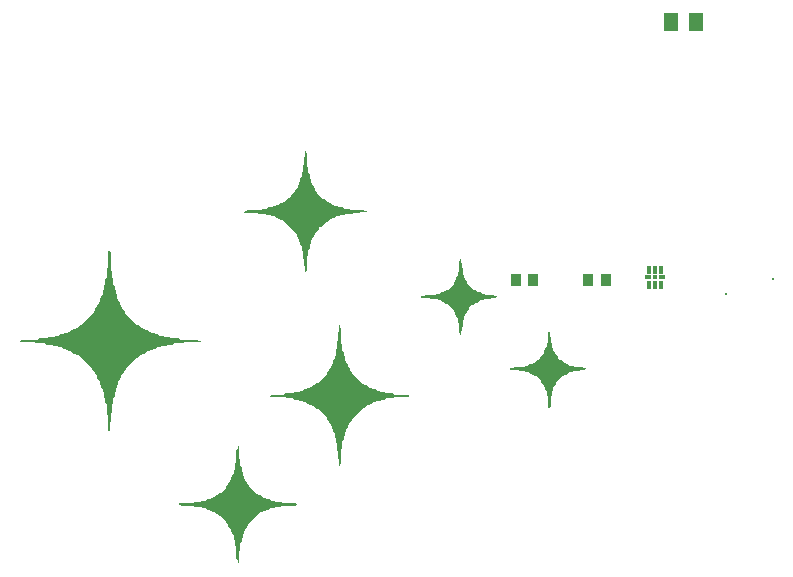
<source format=gts>
G04 Layer: TopSolderMaskLayer*
G04 EasyEDA v6.5.44, 2024-07-31 12:08:04*
G04 6954650e1ca441158a02f330892e30e1,656c5020d22243dfa845eb86cb698064,10*
G04 Gerber Generator version 0.2*
G04 Scale: 100 percent, Rotated: No, Reflected: No *
G04 Dimensions in millimeters *
G04 leading zeros omitted , absolute positions ,4 integer and 5 decimal *
%FSLAX45Y45*%
%MOMM*%

%AMMACRO1*4,1,8,-0.4211,-0.5009,-0.4509,-0.4709,-0.4509,0.4712,-0.4211,0.5009,0.4209,0.5009,0.4509,0.4712,0.4509,-0.4709,0.4209,-0.5009,-0.4211,-0.5009,0*%
%AMMACRO2*4,1,8,-0.5211,-0.7506,-0.5508,-0.7206,-0.5508,0.7209,-0.5211,0.7506,0.5208,0.7506,0.5508,0.7209,0.5508,-0.7206,0.5208,-0.7506,-0.5211,-0.7506,0*%
%AMMACRO3*4,1,8,-0.4243,-0.4829,-0.454,-0.4529,-0.454,0.4531,-0.4243,0.4829,0.4241,0.4829,0.454,0.4531,0.454,-0.4529,0.4241,-0.4829,-0.4243,-0.4829,0*%
%AMMACRO4*4,1,8,-0.161,-0.3009,-0.1908,-0.2709,-0.1908,0.2711,-0.161,0.3009,0.1608,0.3009,0.1908,0.2711,0.1908,-0.2709,0.1608,-0.3009,-0.161,-0.3009,0*%
%AMMACRO5*4,1,8,-0.2461,-0.2008,-0.2758,-0.1708,-0.2758,0.1711,-0.2461,0.2008,0.2459,0.2008,0.2758,0.1711,0.2758,-0.1708,0.2459,-0.2008,-0.2461,-0.2008,0*%
%AMMACRO6*4,1,8,-0.1711,-0.2008,-0.2008,-0.1708,-0.2008,0.1711,-0.1711,0.2008,0.1708,0.2008,0.2008,0.1711,0.2008,-0.1708,0.1708,-0.2008,-0.1711,-0.2008,0*%
%ADD10C,0.3000*%
%ADD11MACRO1*%
%ADD12MACRO2*%
%ADD13MACRO3*%
%ADD14MACRO4*%
%ADD15MACRO5*%
%ADD16MACRO6*%
%ADD17C,0.0110*%

%LPD*%
G36*
X2556306Y-1397000D02*
G01*
X2554274Y-1512671D01*
X2543352Y-1521714D01*
X2543352Y-1579067D01*
X2532278Y-1588262D01*
X2532278Y-1623415D01*
X2521204Y-1632610D01*
X2521204Y-1656638D01*
X2510078Y-1665884D01*
X2510078Y-1689912D01*
X2499004Y-1699107D01*
X2499004Y-1711604D01*
X2476804Y-1732838D01*
X2476804Y-1744725D01*
X2443581Y-1777390D01*
X2443581Y-1789328D01*
X2426462Y-1805381D01*
X2415540Y-1805381D01*
X2382875Y-1838655D01*
X2370531Y-1838655D01*
X2361336Y-1849729D01*
X2348382Y-1849729D01*
X2339187Y-1860854D01*
X2315108Y-1860854D01*
X2305913Y-1871929D01*
X2292959Y-1871929D01*
X2283714Y-1883003D01*
X2248560Y-1883003D01*
X2239365Y-1894078D01*
X2193137Y-1894078D01*
X2183942Y-1905203D01*
X2071166Y-1905203D01*
X2061972Y-1916277D01*
X2055266Y-1916277D01*
X2052472Y-1916531D01*
X2049932Y-1917192D01*
X2047849Y-1918207D01*
X2046579Y-1919427D01*
X2044598Y-1922627D01*
X2049322Y-1927352D01*
X2161794Y-1927352D01*
X2170988Y-1938426D01*
X2228291Y-1938426D01*
X2237486Y-1949551D01*
X2272639Y-1949551D01*
X2281834Y-1960625D01*
X2305913Y-1960625D01*
X2315108Y-1971700D01*
X2328062Y-1971700D01*
X2337308Y-1982825D01*
X2350262Y-1982825D01*
X2359456Y-1993900D01*
X2372461Y-1993900D01*
X2381656Y-2004974D01*
X2393797Y-2004974D01*
X2476804Y-2088235D01*
X2476804Y-2100173D01*
X2487930Y-2109368D01*
X2487930Y-2122322D01*
X2499004Y-2131517D01*
X2499004Y-2144522D01*
X2510078Y-2153716D01*
X2510078Y-2166670D01*
X2521204Y-2175865D01*
X2521204Y-2199944D01*
X2532278Y-2209139D01*
X2532278Y-2244293D01*
X2543352Y-2253488D01*
X2543352Y-2310841D01*
X2554274Y-2319883D01*
X2556306Y-2435555D01*
X2563672Y-2435555D01*
X2565958Y-2419451D01*
X2576626Y-2410612D01*
X2576626Y-2297836D01*
X2587701Y-2288641D01*
X2587701Y-2242413D01*
X2598775Y-2233218D01*
X2598775Y-2198065D01*
X2609900Y-2188870D01*
X2609900Y-2164791D01*
X2620975Y-2155596D01*
X2620975Y-2142642D01*
X2632049Y-2133447D01*
X2632049Y-2120442D01*
X2643124Y-2111248D01*
X2643124Y-2098903D01*
X2676042Y-2066594D01*
X2678277Y-2051151D01*
X2693619Y-2048967D01*
X2737154Y-2004974D01*
X2748940Y-2004974D01*
X2770174Y-1982825D01*
X2782671Y-1982825D01*
X2791917Y-1971700D01*
X2815945Y-1971700D01*
X2825140Y-1960625D01*
X2849219Y-1960625D01*
X2858414Y-1949551D01*
X2893568Y-1949551D01*
X2902762Y-1938426D01*
X2960116Y-1938426D01*
X2969158Y-1927555D01*
X3084830Y-1925523D01*
X3083255Y-1918106D01*
X3075990Y-1916988D01*
X3072841Y-1916125D01*
X3069539Y-1914601D01*
X3066592Y-1912670D01*
X3064306Y-1910486D01*
X3059887Y-1905203D01*
X2947111Y-1905203D01*
X2937916Y-1894078D01*
X2891688Y-1894078D01*
X2882493Y-1883003D01*
X2847340Y-1883003D01*
X2838145Y-1871929D01*
X2814066Y-1871929D01*
X2804871Y-1860854D01*
X2791917Y-1860854D01*
X2782671Y-1849729D01*
X2769717Y-1849729D01*
X2760522Y-1838655D01*
X2748026Y-1838655D01*
X2726791Y-1816506D01*
X2715006Y-1816506D01*
X2665323Y-1766417D01*
X2665323Y-1755038D01*
X2643124Y-1733804D01*
X2643124Y-1721307D01*
X2632049Y-1712112D01*
X2632049Y-1699107D01*
X2620975Y-1689912D01*
X2620975Y-1676958D01*
X2609900Y-1667764D01*
X2609900Y-1643684D01*
X2598775Y-1634489D01*
X2598775Y-1599336D01*
X2587701Y-1590141D01*
X2587701Y-1543913D01*
X2576626Y-1534718D01*
X2576626Y-1421942D01*
X2565958Y-1413103D01*
X2563672Y-1397000D01*
G37*
G36*
X896264Y-2248814D02*
G01*
X891235Y-2253843D01*
X891235Y-2388412D01*
X880160Y-2397658D01*
X880160Y-2477160D01*
X869086Y-2486355D01*
X869086Y-2532583D01*
X858012Y-2541778D01*
X858012Y-2576931D01*
X846886Y-2586126D01*
X846886Y-2621280D01*
X835812Y-2630474D01*
X835812Y-2643479D01*
X824737Y-2652674D01*
X824737Y-2676702D01*
X813612Y-2685897D01*
X813612Y-2698902D01*
X802538Y-2708097D01*
X802538Y-2720594D01*
X780389Y-2741828D01*
X780389Y-2754325D01*
X769264Y-2763520D01*
X769264Y-2775661D01*
X663854Y-2880918D01*
X652373Y-2880918D01*
X631139Y-2903067D01*
X618642Y-2903067D01*
X609447Y-2914142D01*
X596493Y-2914142D01*
X587298Y-2925267D01*
X574294Y-2925267D01*
X565099Y-2936341D01*
X552145Y-2936341D01*
X542899Y-2947416D01*
X518871Y-2947416D01*
X509676Y-2958490D01*
X485597Y-2958490D01*
X476402Y-2969615D01*
X441248Y-2969615D01*
X432054Y-2980690D01*
X385826Y-2980690D01*
X376580Y-2991764D01*
X308203Y-2991764D01*
X299008Y-3002838D01*
X153365Y-3002838D01*
X137210Y-3020060D01*
X142189Y-3025038D01*
X276809Y-3025038D01*
X286004Y-3036112D01*
X354431Y-3036112D01*
X363626Y-3047238D01*
X420979Y-3047238D01*
X430174Y-3058312D01*
X465328Y-3058312D01*
X474522Y-3069386D01*
X498551Y-3069386D01*
X507796Y-3080461D01*
X531825Y-3080461D01*
X541020Y-3091586D01*
X554024Y-3091586D01*
X563219Y-3102660D01*
X576173Y-3102660D01*
X585368Y-3113735D01*
X598373Y-3113735D01*
X607568Y-3124809D01*
X620522Y-3124809D01*
X629767Y-3135934D01*
X642213Y-3135934D01*
X663498Y-3158083D01*
X675182Y-3158083D01*
X758190Y-3241344D01*
X758190Y-3252774D01*
X780389Y-3274060D01*
X780389Y-3286048D01*
X802538Y-3307283D01*
X802538Y-3330397D01*
X824737Y-3351631D01*
X824737Y-3375253D01*
X835812Y-3384448D01*
X835812Y-3408527D01*
X846886Y-3417722D01*
X846886Y-3441750D01*
X858012Y-3450945D01*
X858012Y-3486099D01*
X869086Y-3495294D01*
X869086Y-3541572D01*
X880160Y-3550767D01*
X880160Y-3630269D01*
X891082Y-3639312D01*
X893114Y-3777132D01*
X911606Y-3777132D01*
X913587Y-3628237D01*
X924509Y-3619195D01*
X924509Y-3550767D01*
X935583Y-3541572D01*
X935583Y-3495294D01*
X946708Y-3486099D01*
X946708Y-3450945D01*
X957783Y-3441750D01*
X957783Y-3417722D01*
X968857Y-3408527D01*
X968857Y-3384448D01*
X979932Y-3375253D01*
X979932Y-3351174D01*
X991057Y-3341979D01*
X991057Y-3329025D01*
X1002131Y-3319779D01*
X1002131Y-3307283D01*
X1024331Y-3286048D01*
X1024331Y-3274060D01*
X1046480Y-3252774D01*
X1046480Y-3241141D01*
X1129741Y-3158083D01*
X1141171Y-3158083D01*
X1162456Y-3135934D01*
X1174953Y-3135934D01*
X1184148Y-3124809D01*
X1196644Y-3124809D01*
X1217879Y-3102660D01*
X1241450Y-3102660D01*
X1250645Y-3091586D01*
X1263650Y-3091586D01*
X1272844Y-3080461D01*
X1296924Y-3080461D01*
X1306118Y-3069386D01*
X1330147Y-3069386D01*
X1339392Y-3058312D01*
X1385620Y-3058312D01*
X1394815Y-3047238D01*
X1441043Y-3047238D01*
X1450238Y-3036112D01*
X1529740Y-3036112D01*
X1538833Y-3025190D01*
X1676654Y-3023209D01*
X1676654Y-3015792D01*
X1660550Y-3013506D01*
X1651711Y-3002838D01*
X1505712Y-3002838D01*
X1496466Y-2991764D01*
X1428089Y-2991764D01*
X1418894Y-2980690D01*
X1372616Y-2980690D01*
X1363421Y-2969615D01*
X1328267Y-2969615D01*
X1319072Y-2958490D01*
X1295044Y-2958490D01*
X1285798Y-2947416D01*
X1261770Y-2947416D01*
X1252575Y-2936341D01*
X1239570Y-2936341D01*
X1230376Y-2925267D01*
X1217422Y-2925267D01*
X1208227Y-2914142D01*
X1195222Y-2914142D01*
X1186027Y-2903067D01*
X1173530Y-2903067D01*
X1152296Y-2880918D01*
X1140612Y-2880918D01*
X1035405Y-2775458D01*
X1035405Y-2764028D01*
X1013206Y-2742742D01*
X1013206Y-2730246D01*
X1002131Y-2721051D01*
X1002131Y-2708097D01*
X991057Y-2698902D01*
X991057Y-2685897D01*
X979932Y-2676702D01*
X979932Y-2663748D01*
X968857Y-2654554D01*
X968857Y-2619400D01*
X957783Y-2610205D01*
X957783Y-2586126D01*
X946708Y-2576931D01*
X946708Y-2552852D01*
X935583Y-2543657D01*
X935583Y-2486355D01*
X924509Y-2477160D01*
X924509Y-2419807D01*
X913434Y-2410612D01*
X913434Y-2264968D01*
G37*
G36*
X3883151Y-2317292D02*
G01*
X3875786Y-2318816D01*
X3874617Y-2326081D01*
X3873754Y-2329281D01*
X3872229Y-2332532D01*
X3870299Y-2335479D01*
X3868165Y-2337765D01*
X3862832Y-2342184D01*
X3862832Y-2421686D01*
X3851757Y-2430881D01*
X3851757Y-2466035D01*
X3840632Y-2475280D01*
X3840632Y-2488234D01*
X3829558Y-2497429D01*
X3829558Y-2510383D01*
X3818483Y-2519629D01*
X3818483Y-2531821D01*
X3768394Y-2581554D01*
X3756558Y-2581554D01*
X3747363Y-2592628D01*
X3734358Y-2592628D01*
X3725164Y-2603703D01*
X3712210Y-2603703D01*
X3703015Y-2614777D01*
X3667861Y-2614777D01*
X3658666Y-2625902D01*
X3579164Y-2625902D01*
X3569919Y-2636977D01*
X3545382Y-2636977D01*
X3541471Y-2643327D01*
X3546195Y-2648051D01*
X3614267Y-2648051D01*
X3623513Y-2659126D01*
X3680815Y-2659126D01*
X3690010Y-2670251D01*
X3714089Y-2670251D01*
X3723284Y-2681325D01*
X3735781Y-2681325D01*
X3757015Y-2703474D01*
X3768801Y-2703474D01*
X3818483Y-2753563D01*
X3818483Y-2765399D01*
X3829558Y-2774645D01*
X3829558Y-2787599D01*
X3840632Y-2796794D01*
X3840632Y-2809748D01*
X3851757Y-2818993D01*
X3851757Y-2854147D01*
X3862832Y-2863342D01*
X3862832Y-2942793D01*
X3868165Y-2947212D01*
X3870299Y-2949549D01*
X3872229Y-2952496D01*
X3873754Y-2955747D01*
X3874617Y-2958947D01*
X3875786Y-2966212D01*
X3883151Y-2967736D01*
X3885285Y-2896362D01*
X3896106Y-2887370D01*
X3896106Y-2841142D01*
X3907180Y-2831947D01*
X3907180Y-2807868D01*
X3918254Y-2798673D01*
X3918254Y-2785719D01*
X3929329Y-2776524D01*
X3929329Y-2764028D01*
X3951528Y-2742742D01*
X3951528Y-2730652D01*
X3968648Y-2714599D01*
X3979722Y-2714599D01*
X4000957Y-2692400D01*
X4013454Y-2692400D01*
X4022648Y-2681325D01*
X4035653Y-2681325D01*
X4044848Y-2670251D01*
X4068876Y-2670251D01*
X4078122Y-2659126D01*
X4124350Y-2659126D01*
X4133342Y-2648305D01*
X4213961Y-2646222D01*
X4214012Y-2638806D01*
X4166514Y-2636621D01*
X4157624Y-2625902D01*
X4089196Y-2625902D01*
X4080001Y-2614777D01*
X4055922Y-2614777D01*
X4046728Y-2603703D01*
X4023156Y-2603703D01*
X4001871Y-2581554D01*
X3990187Y-2581554D01*
X3929329Y-2520391D01*
X3929329Y-2508504D01*
X3918254Y-2499309D01*
X3918254Y-2486355D01*
X3907180Y-2477160D01*
X3907180Y-2453081D01*
X3896106Y-2443886D01*
X3896106Y-2397658D01*
X3885285Y-2388666D01*
G37*
G36*
X2844596Y-2882747D02*
G01*
X2842564Y-3009493D01*
X2831642Y-3018536D01*
X2831642Y-3075889D01*
X2820568Y-3085084D01*
X2820568Y-3131312D01*
X2809494Y-3140506D01*
X2809494Y-3164586D01*
X2798368Y-3173780D01*
X2798368Y-3197860D01*
X2787294Y-3207054D01*
X2787294Y-3220008D01*
X2776220Y-3229203D01*
X2776220Y-3242208D01*
X2765145Y-3251403D01*
X2765145Y-3263900D01*
X2742946Y-3285134D01*
X2742946Y-3296818D01*
X2670759Y-3368751D01*
X2659329Y-3368751D01*
X2638094Y-3390950D01*
X2625598Y-3390950D01*
X2616352Y-3402025D01*
X2603398Y-3402025D01*
X2594203Y-3413099D01*
X2581198Y-3413099D01*
X2572004Y-3424174D01*
X2547975Y-3424174D01*
X2538780Y-3435299D01*
X2514701Y-3435299D01*
X2505506Y-3446373D01*
X2470353Y-3446373D01*
X2461158Y-3457448D01*
X2392730Y-3457448D01*
X2383688Y-3468370D01*
X2268016Y-3470401D01*
X2265832Y-3485489D01*
X2271064Y-3490722D01*
X2394610Y-3490722D01*
X2403805Y-3501796D01*
X2461158Y-3501796D01*
X2470353Y-3512870D01*
X2505506Y-3512870D01*
X2514701Y-3523996D01*
X2538780Y-3523996D01*
X2547975Y-3535070D01*
X2572004Y-3535070D01*
X2581198Y-3546144D01*
X2594203Y-3546144D01*
X2603398Y-3557219D01*
X2616352Y-3557219D01*
X2625598Y-3568344D01*
X2638094Y-3568344D01*
X2659329Y-3590493D01*
X2671013Y-3590493D01*
X2742946Y-3662730D01*
X2742946Y-3674110D01*
X2765145Y-3695395D01*
X2765145Y-3707892D01*
X2776220Y-3717086D01*
X2776220Y-3730040D01*
X2787294Y-3739235D01*
X2787294Y-3752240D01*
X2798368Y-3761435D01*
X2798368Y-3785463D01*
X2809494Y-3794658D01*
X2809494Y-3829812D01*
X2820568Y-3839057D01*
X2820568Y-3874211D01*
X2831642Y-3883406D01*
X2831642Y-3940708D01*
X2842564Y-3949750D01*
X2844596Y-4076496D01*
X2851962Y-4076496D01*
X2854248Y-4060393D01*
X2864916Y-4051604D01*
X2864916Y-3927754D01*
X2875991Y-3918508D01*
X2875991Y-3861206D01*
X2887065Y-3852011D01*
X2887065Y-3816858D01*
X2898190Y-3807663D01*
X2898190Y-3783584D01*
X2909265Y-3774389D01*
X2909265Y-3761435D01*
X2920339Y-3752240D01*
X2920339Y-3728161D01*
X2931464Y-3718966D01*
X2931464Y-3706469D01*
X2953613Y-3685235D01*
X2953613Y-3673551D01*
X3047949Y-3579418D01*
X3059430Y-3579418D01*
X3080664Y-3557219D01*
X3104235Y-3557219D01*
X3113430Y-3546144D01*
X3126435Y-3546144D01*
X3135630Y-3535070D01*
X3148584Y-3535070D01*
X3157778Y-3523996D01*
X3192932Y-3523996D01*
X3202127Y-3512870D01*
X3237280Y-3512870D01*
X3246475Y-3501796D01*
X3303828Y-3501796D01*
X3312871Y-3490874D01*
X3439617Y-3488842D01*
X3439617Y-3470401D01*
X3312871Y-3468370D01*
X3303828Y-3457448D01*
X3246475Y-3457448D01*
X3237280Y-3446373D01*
X3202127Y-3446373D01*
X3192932Y-3435299D01*
X3168904Y-3435299D01*
X3159709Y-3424174D01*
X3135630Y-3424174D01*
X3126435Y-3413099D01*
X3113430Y-3413099D01*
X3104235Y-3402025D01*
X3091281Y-3402025D01*
X3082086Y-3390950D01*
X3069082Y-3390950D01*
X3059887Y-3379825D01*
X3047746Y-3379825D01*
X2953613Y-3285490D01*
X2953613Y-3273552D01*
X2942539Y-3264357D01*
X2942539Y-3251860D01*
X2920339Y-3230626D01*
X2920339Y-3207054D01*
X2909265Y-3197860D01*
X2909265Y-3184855D01*
X2898190Y-3175660D01*
X2898190Y-3140506D01*
X2887065Y-3131312D01*
X2887065Y-3107232D01*
X2875991Y-3098038D01*
X2875991Y-3040735D01*
X2864916Y-3031540D01*
X2864916Y-2907690D01*
X2854248Y-2898851D01*
X2851962Y-2882747D01*
G37*
G36*
X4618634Y-2938170D02*
G01*
X4616551Y-3020618D01*
X4605731Y-3029661D01*
X4605731Y-3064764D01*
X4594656Y-3074009D01*
X4594656Y-3086963D01*
X4583531Y-3096158D01*
X4583531Y-3119577D01*
X4550257Y-3152241D01*
X4550257Y-3164179D01*
X4533188Y-3180283D01*
X4522114Y-3180283D01*
X4500829Y-3202432D01*
X4488332Y-3202432D01*
X4479137Y-3213506D01*
X4455109Y-3213506D01*
X4445863Y-3224631D01*
X4421835Y-3224631D01*
X4412640Y-3235706D01*
X4333138Y-3235706D01*
X4323943Y-3246780D01*
X4299407Y-3246780D01*
X4295444Y-3253130D01*
X4300169Y-3257854D01*
X4368292Y-3257854D01*
X4377486Y-3268979D01*
X4423714Y-3268979D01*
X4432909Y-3280054D01*
X4456988Y-3280054D01*
X4466183Y-3291128D01*
X4479137Y-3291128D01*
X4488332Y-3302203D01*
X4501337Y-3302203D01*
X4510532Y-3313328D01*
X4522825Y-3313328D01*
X4561382Y-3352342D01*
X4561382Y-3363671D01*
X4583531Y-3384905D01*
X4583531Y-3397402D01*
X4594656Y-3406597D01*
X4594656Y-3430676D01*
X4605731Y-3439871D01*
X4605731Y-3475024D01*
X4616805Y-3484219D01*
X4616805Y-3574491D01*
X4621784Y-3579469D01*
X4639005Y-3563365D01*
X4639005Y-3484219D01*
X4650079Y-3475024D01*
X4650079Y-3439871D01*
X4661154Y-3430676D01*
X4661154Y-3406597D01*
X4672228Y-3397402D01*
X4672228Y-3384448D01*
X4683353Y-3375253D01*
X4683353Y-3363010D01*
X4733442Y-3313328D01*
X4745278Y-3313328D01*
X4754473Y-3302203D01*
X4767427Y-3302203D01*
X4776622Y-3291128D01*
X4789627Y-3291128D01*
X4798822Y-3280054D01*
X4822901Y-3280054D01*
X4832096Y-3268979D01*
X4878324Y-3268979D01*
X4887315Y-3258108D01*
X4967935Y-3256026D01*
X4967986Y-3248660D01*
X4920538Y-3246475D01*
X4911598Y-3235706D01*
X4843170Y-3235706D01*
X4833975Y-3224631D01*
X4798822Y-3224631D01*
X4789627Y-3213506D01*
X4776622Y-3213506D01*
X4767427Y-3202432D01*
X4754930Y-3202432D01*
X4733696Y-3180283D01*
X4721606Y-3180283D01*
X4705502Y-3163163D01*
X4705502Y-3152241D01*
X4672228Y-3119577D01*
X4672228Y-3107232D01*
X4661154Y-3098038D01*
X4661154Y-3074009D01*
X4650079Y-3064764D01*
X4650079Y-3029661D01*
X4639208Y-3020618D01*
X4637125Y-2938170D01*
G37*
G36*
X1990801Y-3902811D02*
G01*
X1988566Y-3929938D01*
X1977898Y-3938828D01*
X1977898Y-4040479D01*
X1966772Y-4049674D01*
X1966772Y-4095953D01*
X1955698Y-4105148D01*
X1955698Y-4140301D01*
X1944624Y-4149496D01*
X1944624Y-4162450D01*
X1933498Y-4171645D01*
X1933498Y-4184650D01*
X1922424Y-4193844D01*
X1922424Y-4206798D01*
X1911350Y-4215993D01*
X1911350Y-4228490D01*
X1889150Y-4249775D01*
X1889150Y-4261561D01*
X1850136Y-4300118D01*
X1838807Y-4300118D01*
X1817573Y-4322267D01*
X1805076Y-4322267D01*
X1795881Y-4333392D01*
X1782876Y-4333392D01*
X1773682Y-4344466D01*
X1760728Y-4344466D01*
X1751533Y-4355541D01*
X1727454Y-4355541D01*
X1718259Y-4366615D01*
X1683105Y-4366615D01*
X1673910Y-4377740D01*
X1616557Y-4377740D01*
X1607362Y-4388815D01*
X1494129Y-4388815D01*
X1490218Y-4395165D01*
X1492554Y-4397552D01*
X1493977Y-4398467D01*
X1496110Y-4399229D01*
X1498600Y-4399737D01*
X1507591Y-4399889D01*
X1516786Y-4411014D01*
X1618437Y-4411014D01*
X1627682Y-4422089D01*
X1684985Y-4422089D01*
X1694180Y-4433163D01*
X1718259Y-4433163D01*
X1727454Y-4444238D01*
X1751533Y-4444238D01*
X1760728Y-4455363D01*
X1773682Y-4455363D01*
X1782876Y-4466437D01*
X1795881Y-4466437D01*
X1805076Y-4477512D01*
X1817573Y-4477512D01*
X1838807Y-4499711D01*
X1850593Y-4499711D01*
X1889150Y-4538726D01*
X1889150Y-4550054D01*
X1911350Y-4571288D01*
X1911350Y-4583328D01*
X1933498Y-4604562D01*
X1933498Y-4628134D01*
X1944624Y-4637328D01*
X1944624Y-4650333D01*
X1955698Y-4659528D01*
X1955698Y-4694682D01*
X1966772Y-4703876D01*
X1966772Y-4739030D01*
X1977898Y-4748225D01*
X1977898Y-4861001D01*
X1988566Y-4869840D01*
X1990801Y-4897018D01*
X1998218Y-4897018D01*
X2000250Y-4792421D01*
X2011121Y-4783378D01*
X2011121Y-4726025D01*
X2022246Y-4716830D01*
X2022246Y-4681677D01*
X2033320Y-4672482D01*
X2033320Y-4648454D01*
X2044395Y-4639208D01*
X2044395Y-4626254D01*
X2055469Y-4617059D01*
X2055469Y-4604105D01*
X2066594Y-4594860D01*
X2066594Y-4581906D01*
X2077669Y-4572711D01*
X2077669Y-4560519D01*
X2149856Y-4488586D01*
X2161286Y-4488586D01*
X2182520Y-4466437D01*
X2195017Y-4466437D01*
X2204212Y-4455363D01*
X2217216Y-4455363D01*
X2226411Y-4444238D01*
X2250490Y-4444238D01*
X2259685Y-4433163D01*
X2294839Y-4433163D01*
X2304034Y-4422089D01*
X2350262Y-4422089D01*
X2359456Y-4411014D01*
X2471826Y-4411014D01*
X2487980Y-4393793D01*
X2483002Y-4388815D01*
X2370531Y-4388815D01*
X2361336Y-4377740D01*
X2315108Y-4377740D01*
X2305913Y-4366615D01*
X2270760Y-4366615D01*
X2261565Y-4355541D01*
X2237486Y-4355541D01*
X2228291Y-4344466D01*
X2204720Y-4344466D01*
X2183485Y-4322267D01*
X2170988Y-4322267D01*
X2161794Y-4311192D01*
X2149551Y-4311192D01*
X2088743Y-4250080D01*
X2088743Y-4238650D01*
X2066594Y-4217416D01*
X2066594Y-4204919D01*
X2055469Y-4195724D01*
X2055469Y-4182770D01*
X2044395Y-4173575D01*
X2044395Y-4160570D01*
X2033320Y-4151376D01*
X2033320Y-4127296D01*
X2022246Y-4118101D01*
X2022246Y-4082948D01*
X2011121Y-4073753D01*
X2011121Y-4016451D01*
X2000250Y-4007408D01*
X1998218Y-3902811D01*
G37*
D10*
G01*
X6126479Y-2618739D03*
G01*
X6519900Y-2490901D03*
D11*
G01*
X4489602Y-2501900D03*
G01*
X4349597Y-2501900D03*
D12*
G01*
X5660783Y-317500D03*
G01*
X5870841Y-317500D03*
D13*
G01*
X5104523Y-2501900D03*
G01*
X4953876Y-2501900D03*
D14*
G01*
X5474512Y-2541511D03*
G01*
X5524500Y-2541511D03*
G01*
X5574487Y-2541511D03*
D15*
G01*
X5584494Y-2476512D03*
D14*
G01*
X5574512Y-2411514D03*
G01*
X5524500Y-2411514D03*
G01*
X5474512Y-2411514D03*
D15*
G01*
X5464505Y-2476512D03*
D16*
G01*
X5524487Y-2476512D03*
M02*

</source>
